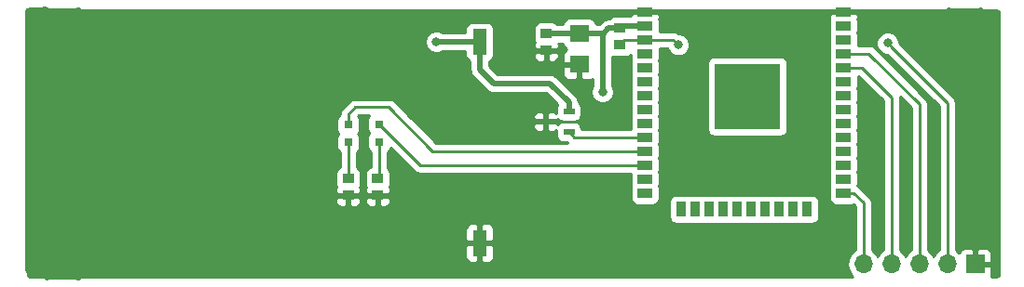
<source format=gtl>
G04 #@! TF.GenerationSoftware,KiCad,Pcbnew,no-vcs-found*
G04 #@! TF.CreationDate,2017-01-06T11:38:08+01:00*
G04 #@! TF.ProjectId,ESP32-HELP-Button-18650,45535033322D48454C502D427574746F,rev?*
G04 #@! TF.FileFunction,Copper,L1,Top,Signal*
G04 #@! TF.FilePolarity,Positive*
%FSLAX46Y46*%
G04 Gerber Fmt 4.6, Leading zero omitted, Abs format (unit mm)*
G04 Created by KiCad (PCBNEW no-vcs-found) date Fri Jan  6 11:38:08 2017*
%MOMM*%
%LPD*%
G01*
G04 APERTURE LIST*
%ADD10C,0.100000*%
%ADD11C,0.600000*%
%ADD12R,1.300000X2.340000*%
%ADD13R,0.800000X0.800000*%
%ADD14O,1.700000X1.700000*%
%ADD15R,1.700000X1.700000*%
%ADD16R,1.000760X0.599440*%
%ADD17R,1.000760X0.899160*%
%ADD18C,0.800000*%
%ADD19R,6.000000X6.000000*%
%ADD20R,1.350000X0.900000*%
%ADD21R,0.900000X1.350000*%
%ADD22R,1.803400X1.600200*%
%ADD23C,0.500000*%
%ADD24C,0.250000*%
%ADD25C,0.254000*%
G04 APERTURE END LIST*
D10*
D11*
X110469000Y-62367000D03*
X110469000Y-60970000D03*
X107548000Y-60970000D03*
X105135000Y-60970000D03*
X104119000Y-52588000D03*
X85902312Y-43002568D03*
X99237312Y-43002568D03*
X98221312Y-43002568D03*
X97205312Y-43002568D03*
X96189312Y-43002568D03*
X95173312Y-43002568D03*
X94157312Y-43002568D03*
X93141312Y-43002568D03*
X92125312Y-43002568D03*
X91109312Y-43002568D03*
X90093312Y-43002568D03*
X88950312Y-43002568D03*
X87934312Y-43002568D03*
X86918312Y-43002568D03*
D12*
X68940000Y-64070000D03*
X68940000Y-45730000D03*
D13*
X57011000Y-54896000D03*
X57011000Y-53296000D03*
X59805000Y-53245000D03*
X59805000Y-54845000D03*
D14*
X103840000Y-66000000D03*
X106380000Y-66000000D03*
X108920000Y-66000000D03*
X111460000Y-66000000D03*
D15*
X114000000Y-66000000D03*
D16*
X77056640Y-53952500D03*
X74943360Y-53000000D03*
X77056640Y-52047500D03*
D17*
X81695000Y-46000000D03*
X81695000Y-44496320D03*
X57011000Y-59722000D03*
X57011000Y-58218320D03*
X59678000Y-58218320D03*
X59678000Y-59722000D03*
D18*
X91270000Y-48700000D03*
D19*
X93270000Y-50700000D03*
D20*
X83970000Y-42990000D03*
X83970000Y-44260000D03*
X83970000Y-45530000D03*
X83970000Y-46800000D03*
X83970000Y-48070000D03*
X83970000Y-49340000D03*
X83970000Y-50610000D03*
X83970000Y-51880000D03*
X83970000Y-53150000D03*
X83970000Y-54420000D03*
X83970000Y-55690000D03*
X83970000Y-56960000D03*
X83970000Y-58230000D03*
X83970000Y-59500000D03*
D21*
X87270000Y-61000000D03*
X88540000Y-61000000D03*
X89810000Y-61000000D03*
X91080000Y-61000000D03*
X92350000Y-61000000D03*
X93620000Y-61000000D03*
X94890000Y-61000000D03*
X96160000Y-61000000D03*
X97430000Y-61000000D03*
X98700000Y-61000000D03*
D20*
X102000000Y-59500000D03*
X102000000Y-58230000D03*
X102000000Y-56960000D03*
X102000000Y-55690000D03*
X102000000Y-54420000D03*
X102000000Y-53150000D03*
X102000000Y-51880000D03*
X102000000Y-50610000D03*
X102000000Y-49340000D03*
X102000000Y-48070000D03*
X102000000Y-46800000D03*
X102000000Y-45530000D03*
X102000000Y-44260000D03*
X102000000Y-42990000D03*
D18*
X91270000Y-49700000D03*
X91270000Y-50700000D03*
X91270000Y-51700000D03*
X91270000Y-52700000D03*
X92270000Y-52700000D03*
X92270000Y-51700000D03*
X92270000Y-50700000D03*
X92270000Y-49700000D03*
X92270000Y-48700000D03*
X94270000Y-48700000D03*
X94270000Y-49700000D03*
X94270000Y-50700000D03*
X94270000Y-51700000D03*
X94270000Y-52700000D03*
X93270000Y-52700000D03*
X93270000Y-51700000D03*
X93270000Y-50700000D03*
X93270000Y-49700000D03*
X93270000Y-48700000D03*
X95270000Y-52700000D03*
X95270000Y-51700000D03*
X95270000Y-50700000D03*
X95270000Y-49700000D03*
X95270000Y-48700000D03*
D17*
X75000000Y-46503680D03*
X75000000Y-45000000D03*
D22*
X78000000Y-47794000D03*
X78000000Y-45000000D03*
D18*
X65003000Y-45730000D03*
X80116000Y-50302000D03*
X106024000Y-45857000D03*
X87000000Y-46000000D03*
D23*
X65003000Y-45730000D02*
X68940000Y-45730000D01*
X70210000Y-49540000D02*
X68940000Y-48270000D01*
X68940000Y-48270000D02*
X68940000Y-45730000D01*
X75348860Y-49540000D02*
X70210000Y-49540000D01*
X77056640Y-52047500D02*
X77056640Y-51247780D01*
X77056640Y-51247780D02*
X75348860Y-49540000D01*
X75000000Y-45000000D02*
X78000000Y-45000000D01*
X81695000Y-44496320D02*
X81931320Y-44260000D01*
X81931320Y-44260000D02*
X83970000Y-44260000D01*
X80116000Y-45074940D02*
X80041060Y-45000000D01*
X80041060Y-45000000D02*
X78000000Y-45000000D01*
X80116000Y-50302000D02*
X80116000Y-45074940D01*
X80116000Y-45074940D02*
X80694620Y-44496320D01*
X80694620Y-44496320D02*
X81695000Y-44496320D01*
D24*
X57011000Y-54896000D02*
X57011000Y-55546000D01*
X57011000Y-55546000D02*
X57011000Y-58218320D01*
X83970000Y-55690000D02*
X64676000Y-55690000D01*
X64676000Y-55690000D02*
X60685000Y-51699000D01*
X57011000Y-52325000D02*
X57011000Y-53296000D01*
X60685000Y-51699000D02*
X57637000Y-51699000D01*
X57637000Y-51699000D02*
X57011000Y-52325000D01*
X83970000Y-56960000D02*
X63520000Y-56960000D01*
X63520000Y-56960000D02*
X59805000Y-53245000D01*
X59805000Y-54845000D02*
X59805000Y-58091320D01*
X59805000Y-58091320D02*
X59678000Y-58218320D01*
X102000000Y-59500000D02*
X102925000Y-59500000D01*
X102925000Y-59500000D02*
X103840000Y-60415000D01*
X103840000Y-60415000D02*
X103840000Y-64797919D01*
X103840000Y-64797919D02*
X103840000Y-66000000D01*
X102000000Y-48070000D02*
X103665000Y-48070000D01*
X103665000Y-48070000D02*
X106380000Y-50785000D01*
X106380000Y-50785000D02*
X106380000Y-64797919D01*
X106380000Y-64797919D02*
X106380000Y-66000000D01*
X102000000Y-46800000D02*
X104300000Y-46800000D01*
X104300000Y-46800000D02*
X108920000Y-51420000D01*
X108920000Y-51420000D02*
X108920000Y-64797919D01*
X108920000Y-64797919D02*
X108920000Y-66000000D01*
X81695000Y-46000000D02*
X81695000Y-45929000D01*
X81695000Y-45929000D02*
X82094000Y-45530000D01*
X82094000Y-45530000D02*
X83045000Y-45530000D01*
X83045000Y-45530000D02*
X83970000Y-45530000D01*
X87000000Y-46000000D02*
X86530000Y-45530000D01*
X86530000Y-45530000D02*
X83970000Y-45530000D01*
X106423999Y-46256999D02*
X106024000Y-45857000D01*
X111460000Y-51293000D02*
X106423999Y-46256999D01*
X111460000Y-66000000D02*
X111460000Y-51293000D01*
X83970000Y-54420000D02*
X77524140Y-54420000D01*
X77524140Y-54420000D02*
X77056640Y-53952500D01*
D25*
G36*
X29554753Y-42665103D02*
X29843169Y-42784863D01*
X30155461Y-42785136D01*
X30249876Y-42746125D01*
X30343169Y-42784863D01*
X30655461Y-42785136D01*
X30749876Y-42746125D01*
X30843169Y-42784863D01*
X31155461Y-42785136D01*
X31249876Y-42746125D01*
X31343169Y-42784863D01*
X31655461Y-42785136D01*
X31749876Y-42746125D01*
X31843169Y-42784863D01*
X32155461Y-42785136D01*
X32437982Y-42668401D01*
X32661325Y-42817633D01*
X33000000Y-42885000D01*
X111000000Y-42885000D01*
X111338675Y-42817633D01*
X111562278Y-42668227D01*
X111843169Y-42784863D01*
X112155461Y-42785136D01*
X112249876Y-42746125D01*
X112343169Y-42784863D01*
X112655461Y-42785136D01*
X112749876Y-42746125D01*
X112843169Y-42784863D01*
X113155461Y-42785136D01*
X113249876Y-42746125D01*
X113343169Y-42784863D01*
X113655461Y-42785136D01*
X113749876Y-42746125D01*
X113843169Y-42784863D01*
X114155461Y-42785136D01*
X114437982Y-42668401D01*
X114661325Y-42817633D01*
X115000000Y-42885000D01*
X115912836Y-42885000D01*
X116037373Y-42909772D01*
X116069058Y-42930943D01*
X116090228Y-42962627D01*
X116115000Y-43087164D01*
X116115000Y-66912836D01*
X116090228Y-67037373D01*
X116069058Y-67069057D01*
X116037373Y-67090228D01*
X115912836Y-67115000D01*
X115427552Y-67115000D01*
X115485000Y-66976309D01*
X115485000Y-66285750D01*
X115326250Y-66127000D01*
X114127000Y-66127000D01*
X114127000Y-66147000D01*
X113873000Y-66147000D01*
X113873000Y-66127000D01*
X113853000Y-66127000D01*
X113853000Y-65873000D01*
X113873000Y-65873000D01*
X113873000Y-64673750D01*
X114127000Y-64673750D01*
X114127000Y-65873000D01*
X115326250Y-65873000D01*
X115485000Y-65714250D01*
X115485000Y-65023691D01*
X115388327Y-64790302D01*
X115209699Y-64611673D01*
X114976310Y-64515000D01*
X114285750Y-64515000D01*
X114127000Y-64673750D01*
X113873000Y-64673750D01*
X113714250Y-64515000D01*
X113023690Y-64515000D01*
X112790301Y-64611673D01*
X112611673Y-64790302D01*
X112539403Y-64964777D01*
X112510054Y-64920853D01*
X112220000Y-64727046D01*
X112220000Y-51293000D01*
X112162148Y-51002161D01*
X111997401Y-50755599D01*
X107059035Y-45817233D01*
X107059179Y-45652029D01*
X106901942Y-45271485D01*
X106611046Y-44980081D01*
X106230777Y-44822180D01*
X105819029Y-44821821D01*
X105438485Y-44979058D01*
X105147081Y-45269954D01*
X104989180Y-45650223D01*
X104988821Y-46061971D01*
X105146058Y-46442515D01*
X105436954Y-46733919D01*
X105817223Y-46891820D01*
X105984164Y-46891966D01*
X110700000Y-51607802D01*
X110700000Y-64727046D01*
X110409946Y-64920853D01*
X110190000Y-65250026D01*
X109970054Y-64920853D01*
X109680000Y-64727046D01*
X109680000Y-51420000D01*
X109622148Y-51129161D01*
X109457401Y-50882599D01*
X104837401Y-46262599D01*
X104590839Y-46097852D01*
X104300000Y-46040000D01*
X103310505Y-46040000D01*
X103322440Y-45980000D01*
X103322440Y-45080000D01*
X103285642Y-44895000D01*
X103322440Y-44710000D01*
X103322440Y-43810000D01*
X103285657Y-43625079D01*
X103310000Y-43566310D01*
X103310000Y-43275750D01*
X103151250Y-43117000D01*
X102127000Y-43117000D01*
X102127000Y-43137000D01*
X101873000Y-43137000D01*
X101873000Y-43117000D01*
X100848750Y-43117000D01*
X100690000Y-43275750D01*
X100690000Y-43566310D01*
X100714343Y-43625079D01*
X100677560Y-43810000D01*
X100677560Y-44710000D01*
X100714358Y-44895000D01*
X100677560Y-45080000D01*
X100677560Y-45980000D01*
X100714358Y-46165000D01*
X100677560Y-46350000D01*
X100677560Y-47250000D01*
X100714358Y-47435000D01*
X100677560Y-47620000D01*
X100677560Y-48520000D01*
X100714358Y-48705000D01*
X100677560Y-48890000D01*
X100677560Y-49790000D01*
X100714358Y-49975000D01*
X100677560Y-50160000D01*
X100677560Y-51060000D01*
X100714358Y-51245000D01*
X100677560Y-51430000D01*
X100677560Y-52330000D01*
X100714358Y-52515000D01*
X100677560Y-52700000D01*
X100677560Y-53600000D01*
X100714358Y-53785000D01*
X100677560Y-53970000D01*
X100677560Y-54870000D01*
X100714358Y-55055000D01*
X100677560Y-55240000D01*
X100677560Y-56140000D01*
X100714358Y-56325000D01*
X100677560Y-56510000D01*
X100677560Y-57410000D01*
X100714358Y-57595000D01*
X100677560Y-57780000D01*
X100677560Y-58680000D01*
X100714358Y-58865000D01*
X100677560Y-59050000D01*
X100677560Y-59950000D01*
X100726843Y-60197765D01*
X100867191Y-60407809D01*
X101077235Y-60548157D01*
X101325000Y-60597440D01*
X102675000Y-60597440D01*
X102902405Y-60552207D01*
X103080000Y-60729802D01*
X103080000Y-64727046D01*
X102789946Y-64920853D01*
X102468039Y-65402622D01*
X102355000Y-65970907D01*
X102355000Y-66029093D01*
X102468039Y-66597378D01*
X102789946Y-67079147D01*
X102843604Y-67115000D01*
X33000000Y-67115000D01*
X32661325Y-67182367D01*
X32437722Y-67331773D01*
X32156831Y-67215137D01*
X31844539Y-67214864D01*
X31750124Y-67253875D01*
X31656831Y-67215137D01*
X31344539Y-67214864D01*
X31250124Y-67253875D01*
X31156831Y-67215137D01*
X30844539Y-67214864D01*
X30750124Y-67253875D01*
X30656831Y-67215137D01*
X30344539Y-67214864D01*
X30250124Y-67253875D01*
X30156831Y-67215137D01*
X29844539Y-67214864D01*
X29562018Y-67331599D01*
X29338675Y-67182367D01*
X29000000Y-67115000D01*
X28087164Y-67115000D01*
X27962627Y-67090228D01*
X27930943Y-67069058D01*
X27909772Y-67037373D01*
X27867995Y-66827346D01*
X27735851Y-66508321D01*
X27710000Y-66482470D01*
X27710000Y-64355750D01*
X67655000Y-64355750D01*
X67655000Y-65366309D01*
X67751673Y-65599698D01*
X67930301Y-65778327D01*
X68163690Y-65875000D01*
X68654250Y-65875000D01*
X68813000Y-65716250D01*
X68813000Y-64197000D01*
X69067000Y-64197000D01*
X69067000Y-65716250D01*
X69225750Y-65875000D01*
X69716310Y-65875000D01*
X69949699Y-65778327D01*
X70128327Y-65599698D01*
X70225000Y-65366309D01*
X70225000Y-64355750D01*
X70066250Y-64197000D01*
X69067000Y-64197000D01*
X68813000Y-64197000D01*
X67813750Y-64197000D01*
X67655000Y-64355750D01*
X27710000Y-64355750D01*
X27710000Y-62773691D01*
X67655000Y-62773691D01*
X67655000Y-63784250D01*
X67813750Y-63943000D01*
X68813000Y-63943000D01*
X68813000Y-62423750D01*
X69067000Y-62423750D01*
X69067000Y-63943000D01*
X70066250Y-63943000D01*
X70225000Y-63784250D01*
X70225000Y-62773691D01*
X70128327Y-62540302D01*
X69949699Y-62361673D01*
X69716310Y-62265000D01*
X69225750Y-62265000D01*
X69067000Y-62423750D01*
X68813000Y-62423750D01*
X68654250Y-62265000D01*
X68163690Y-62265000D01*
X67930301Y-62361673D01*
X67751673Y-62540302D01*
X67655000Y-62773691D01*
X27710000Y-62773691D01*
X27710000Y-60007750D01*
X55875620Y-60007750D01*
X55875620Y-60297889D01*
X55972293Y-60531278D01*
X56150921Y-60709907D01*
X56384310Y-60806580D01*
X56725250Y-60806580D01*
X56884000Y-60647830D01*
X56884000Y-59849000D01*
X57138000Y-59849000D01*
X57138000Y-60647830D01*
X57296750Y-60806580D01*
X57637690Y-60806580D01*
X57871079Y-60709907D01*
X58049707Y-60531278D01*
X58146380Y-60297889D01*
X58146380Y-60007750D01*
X58542620Y-60007750D01*
X58542620Y-60297889D01*
X58639293Y-60531278D01*
X58817921Y-60709907D01*
X59051310Y-60806580D01*
X59392250Y-60806580D01*
X59551000Y-60647830D01*
X59551000Y-59849000D01*
X59805000Y-59849000D01*
X59805000Y-60647830D01*
X59963750Y-60806580D01*
X60304690Y-60806580D01*
X60538079Y-60709907D01*
X60716707Y-60531278D01*
X60813380Y-60297889D01*
X60813380Y-60007750D01*
X60654630Y-59849000D01*
X59805000Y-59849000D01*
X59551000Y-59849000D01*
X58701370Y-59849000D01*
X58542620Y-60007750D01*
X58146380Y-60007750D01*
X57987630Y-59849000D01*
X57138000Y-59849000D01*
X56884000Y-59849000D01*
X56034370Y-59849000D01*
X55875620Y-60007750D01*
X27710000Y-60007750D01*
X27710000Y-57768740D01*
X55863180Y-57768740D01*
X55863180Y-58667900D01*
X55912463Y-58915665D01*
X55948645Y-58969814D01*
X55875620Y-59146111D01*
X55875620Y-59436250D01*
X56034370Y-59595000D01*
X56884000Y-59595000D01*
X56884000Y-59575000D01*
X57138000Y-59575000D01*
X57138000Y-59595000D01*
X57987630Y-59595000D01*
X58146380Y-59436250D01*
X58146380Y-59146111D01*
X58073355Y-58969814D01*
X58109537Y-58915665D01*
X58158820Y-58667900D01*
X58158820Y-57768740D01*
X58109537Y-57520975D01*
X57969189Y-57310931D01*
X57771000Y-57178504D01*
X57771000Y-55819163D01*
X57868809Y-55753809D01*
X58009157Y-55543765D01*
X58058440Y-55296000D01*
X58058440Y-54496000D01*
X58009157Y-54248235D01*
X57907436Y-54096000D01*
X58009157Y-53943765D01*
X58058440Y-53696000D01*
X58058440Y-52896000D01*
X58009157Y-52648235D01*
X57910386Y-52500416D01*
X57951802Y-52459000D01*
X58899209Y-52459000D01*
X58806843Y-52597235D01*
X58757560Y-52845000D01*
X58757560Y-53645000D01*
X58806843Y-53892765D01*
X58908564Y-54045000D01*
X58806843Y-54197235D01*
X58757560Y-54445000D01*
X58757560Y-55245000D01*
X58806843Y-55492765D01*
X58947191Y-55702809D01*
X59045000Y-55768163D01*
X59045000Y-57147679D01*
X58929855Y-57170583D01*
X58719811Y-57310931D01*
X58579463Y-57520975D01*
X58530180Y-57768740D01*
X58530180Y-58667900D01*
X58579463Y-58915665D01*
X58615645Y-58969814D01*
X58542620Y-59146111D01*
X58542620Y-59436250D01*
X58701370Y-59595000D01*
X59551000Y-59595000D01*
X59551000Y-59575000D01*
X59805000Y-59575000D01*
X59805000Y-59595000D01*
X60654630Y-59595000D01*
X60813380Y-59436250D01*
X60813380Y-59146111D01*
X60740355Y-58969814D01*
X60776537Y-58915665D01*
X60825820Y-58667900D01*
X60825820Y-57768740D01*
X60776537Y-57520975D01*
X60636189Y-57310931D01*
X60565000Y-57263364D01*
X60565000Y-55768163D01*
X60662809Y-55702809D01*
X60803157Y-55492765D01*
X60832159Y-55346961D01*
X62982599Y-57497401D01*
X63229160Y-57662148D01*
X63520000Y-57720000D01*
X82659495Y-57720000D01*
X82647560Y-57780000D01*
X82647560Y-58680000D01*
X82684358Y-58865000D01*
X82647560Y-59050000D01*
X82647560Y-59950000D01*
X82696843Y-60197765D01*
X82837191Y-60407809D01*
X83047235Y-60548157D01*
X83295000Y-60597440D01*
X84645000Y-60597440D01*
X84892765Y-60548157D01*
X85102809Y-60407809D01*
X85158140Y-60325000D01*
X86172560Y-60325000D01*
X86172560Y-61675000D01*
X86221843Y-61922765D01*
X86362191Y-62132809D01*
X86572235Y-62273157D01*
X86820000Y-62322440D01*
X87720000Y-62322440D01*
X87905000Y-62285642D01*
X88090000Y-62322440D01*
X88990000Y-62322440D01*
X89175000Y-62285642D01*
X89360000Y-62322440D01*
X90260000Y-62322440D01*
X90445000Y-62285642D01*
X90630000Y-62322440D01*
X91530000Y-62322440D01*
X91715000Y-62285642D01*
X91900000Y-62322440D01*
X92800000Y-62322440D01*
X92985000Y-62285642D01*
X93170000Y-62322440D01*
X94070000Y-62322440D01*
X94255000Y-62285642D01*
X94440000Y-62322440D01*
X95340000Y-62322440D01*
X95525000Y-62285642D01*
X95710000Y-62322440D01*
X96610000Y-62322440D01*
X96795000Y-62285642D01*
X96980000Y-62322440D01*
X97880000Y-62322440D01*
X98065000Y-62285642D01*
X98250000Y-62322440D01*
X99150000Y-62322440D01*
X99397765Y-62273157D01*
X99607809Y-62132809D01*
X99748157Y-61922765D01*
X99797440Y-61675000D01*
X99797440Y-60325000D01*
X99748157Y-60077235D01*
X99607809Y-59867191D01*
X99397765Y-59726843D01*
X99150000Y-59677560D01*
X98250000Y-59677560D01*
X98065000Y-59714358D01*
X97880000Y-59677560D01*
X96980000Y-59677560D01*
X96795000Y-59714358D01*
X96610000Y-59677560D01*
X95710000Y-59677560D01*
X95525000Y-59714358D01*
X95340000Y-59677560D01*
X94440000Y-59677560D01*
X94255000Y-59714358D01*
X94070000Y-59677560D01*
X93170000Y-59677560D01*
X92985000Y-59714358D01*
X92800000Y-59677560D01*
X91900000Y-59677560D01*
X91715000Y-59714358D01*
X91530000Y-59677560D01*
X90630000Y-59677560D01*
X90445000Y-59714358D01*
X90260000Y-59677560D01*
X89360000Y-59677560D01*
X89175000Y-59714358D01*
X88990000Y-59677560D01*
X88090000Y-59677560D01*
X87905000Y-59714358D01*
X87720000Y-59677560D01*
X86820000Y-59677560D01*
X86572235Y-59726843D01*
X86362191Y-59867191D01*
X86221843Y-60077235D01*
X86172560Y-60325000D01*
X85158140Y-60325000D01*
X85243157Y-60197765D01*
X85292440Y-59950000D01*
X85292440Y-59050000D01*
X85255642Y-58865000D01*
X85292440Y-58680000D01*
X85292440Y-57780000D01*
X85255642Y-57595000D01*
X85292440Y-57410000D01*
X85292440Y-56510000D01*
X85255642Y-56325000D01*
X85292440Y-56140000D01*
X85292440Y-55240000D01*
X85255642Y-55055000D01*
X85292440Y-54870000D01*
X85292440Y-53970000D01*
X85255642Y-53785000D01*
X85292440Y-53600000D01*
X85292440Y-52700000D01*
X85255642Y-52515000D01*
X85292440Y-52330000D01*
X85292440Y-51430000D01*
X85255642Y-51245000D01*
X85292440Y-51060000D01*
X85292440Y-50160000D01*
X85255642Y-49975000D01*
X85292440Y-49790000D01*
X85292440Y-48890000D01*
X85255642Y-48705000D01*
X85292440Y-48520000D01*
X85292440Y-47700000D01*
X89622560Y-47700000D01*
X89622560Y-53700000D01*
X89671843Y-53947765D01*
X89812191Y-54157809D01*
X90022235Y-54298157D01*
X90270000Y-54347440D01*
X96270000Y-54347440D01*
X96517765Y-54298157D01*
X96727809Y-54157809D01*
X96868157Y-53947765D01*
X96917440Y-53700000D01*
X96917440Y-47700000D01*
X96868157Y-47452235D01*
X96727809Y-47242191D01*
X96517765Y-47101843D01*
X96270000Y-47052560D01*
X90270000Y-47052560D01*
X90022235Y-47101843D01*
X89812191Y-47242191D01*
X89671843Y-47452235D01*
X89622560Y-47700000D01*
X85292440Y-47700000D01*
X85292440Y-47620000D01*
X85255642Y-47435000D01*
X85292440Y-47250000D01*
X85292440Y-46350000D01*
X85280505Y-46290000D01*
X85999954Y-46290000D01*
X86122058Y-46585515D01*
X86412954Y-46876919D01*
X86793223Y-47034820D01*
X87204971Y-47035179D01*
X87585515Y-46877942D01*
X87876919Y-46587046D01*
X88034820Y-46206777D01*
X88035179Y-45795029D01*
X87877942Y-45414485D01*
X87587046Y-45123081D01*
X87206777Y-44965180D01*
X87026130Y-44965022D01*
X86820839Y-44827852D01*
X86530000Y-44770000D01*
X85280505Y-44770000D01*
X85292440Y-44710000D01*
X85292440Y-43810000D01*
X85255657Y-43625079D01*
X85280000Y-43566310D01*
X85280000Y-43275750D01*
X85121250Y-43117000D01*
X84097000Y-43117000D01*
X84097000Y-43137000D01*
X83843000Y-43137000D01*
X83843000Y-43117000D01*
X82818750Y-43117000D01*
X82660000Y-43275750D01*
X82660000Y-43375000D01*
X81931325Y-43375000D01*
X81931320Y-43374999D01*
X81809153Y-43399300D01*
X81194620Y-43399300D01*
X80946855Y-43448583D01*
X80736811Y-43588931D01*
X80721851Y-43611320D01*
X80694625Y-43611320D01*
X80694620Y-43611319D01*
X80355945Y-43678687D01*
X80068830Y-43870530D01*
X80068828Y-43870533D01*
X79824361Y-44115000D01*
X79532253Y-44115000D01*
X79499857Y-43952135D01*
X79359509Y-43742091D01*
X79149465Y-43601743D01*
X78901700Y-43552460D01*
X77098300Y-43552460D01*
X76850535Y-43601743D01*
X76640491Y-43742091D01*
X76500143Y-43952135D01*
X76467747Y-44115000D01*
X75973149Y-44115000D01*
X75958189Y-44092611D01*
X75748145Y-43952263D01*
X75500380Y-43902980D01*
X74499620Y-43902980D01*
X74251855Y-43952263D01*
X74041811Y-44092611D01*
X73901463Y-44302655D01*
X73852180Y-44550420D01*
X73852180Y-45449580D01*
X73901463Y-45697345D01*
X73937645Y-45751494D01*
X73864620Y-45927791D01*
X73864620Y-46217930D01*
X74023370Y-46376680D01*
X74873000Y-46376680D01*
X74873000Y-46356680D01*
X75127000Y-46356680D01*
X75127000Y-46376680D01*
X75976630Y-46376680D01*
X76135380Y-46217930D01*
X76135380Y-45927791D01*
X76117655Y-45885000D01*
X76467747Y-45885000D01*
X76500143Y-46047865D01*
X76640491Y-46257909D01*
X76850535Y-46398257D01*
X76868397Y-46401810D01*
X76738601Y-46455573D01*
X76559973Y-46634202D01*
X76463300Y-46867591D01*
X76463300Y-47508250D01*
X76622050Y-47667000D01*
X77873000Y-47667000D01*
X77873000Y-47647000D01*
X78127000Y-47647000D01*
X78127000Y-47667000D01*
X78147000Y-47667000D01*
X78147000Y-47921000D01*
X78127000Y-47921000D01*
X78127000Y-49070350D01*
X78285750Y-49229100D01*
X79028010Y-49229100D01*
X79231000Y-49145019D01*
X79231000Y-49734415D01*
X79081180Y-50095223D01*
X79080821Y-50506971D01*
X79238058Y-50887515D01*
X79528954Y-51178919D01*
X79909223Y-51336820D01*
X80320971Y-51337179D01*
X80701515Y-51179942D01*
X80992919Y-50889046D01*
X81150820Y-50508777D01*
X81151179Y-50097029D01*
X81001000Y-49733567D01*
X81001000Y-47058507D01*
X81194620Y-47097020D01*
X82195380Y-47097020D01*
X82443145Y-47047737D01*
X82647560Y-46911150D01*
X82647560Y-47250000D01*
X82684358Y-47435000D01*
X82647560Y-47620000D01*
X82647560Y-48520000D01*
X82684358Y-48705000D01*
X82647560Y-48890000D01*
X82647560Y-49790000D01*
X82684358Y-49975000D01*
X82647560Y-50160000D01*
X82647560Y-51060000D01*
X82684358Y-51245000D01*
X82647560Y-51430000D01*
X82647560Y-52330000D01*
X82684358Y-52515000D01*
X82647560Y-52700000D01*
X82647560Y-53600000D01*
X82659495Y-53660000D01*
X78204460Y-53660000D01*
X78204460Y-53652780D01*
X78155177Y-53405015D01*
X78014829Y-53194971D01*
X77804785Y-53054623D01*
X77557020Y-53005340D01*
X76556260Y-53005340D01*
X76308495Y-53054623D01*
X76098451Y-53194971D01*
X76054195Y-53261205D01*
X75919990Y-53127000D01*
X75070360Y-53127000D01*
X75070360Y-53775970D01*
X75229110Y-53934720D01*
X75570050Y-53934720D01*
X75803439Y-53838047D01*
X75908820Y-53732665D01*
X75908820Y-54252220D01*
X75958103Y-54499985D01*
X76098451Y-54710029D01*
X76308495Y-54850377D01*
X76556260Y-54899660D01*
X76928998Y-54899660D01*
X76959338Y-54930000D01*
X64990802Y-54930000D01*
X63346552Y-53285750D01*
X73807980Y-53285750D01*
X73807980Y-53426029D01*
X73904653Y-53659418D01*
X74083281Y-53838047D01*
X74316670Y-53934720D01*
X74657610Y-53934720D01*
X74816360Y-53775970D01*
X74816360Y-53127000D01*
X73966730Y-53127000D01*
X73807980Y-53285750D01*
X63346552Y-53285750D01*
X62634773Y-52573971D01*
X73807980Y-52573971D01*
X73807980Y-52714250D01*
X73966730Y-52873000D01*
X74816360Y-52873000D01*
X74816360Y-52224030D01*
X74657610Y-52065280D01*
X74316670Y-52065280D01*
X74083281Y-52161953D01*
X73904653Y-52340582D01*
X73807980Y-52573971D01*
X62634773Y-52573971D01*
X61222401Y-51161599D01*
X60975839Y-50996852D01*
X60685000Y-50939000D01*
X57637000Y-50939000D01*
X57346161Y-50996852D01*
X57099599Y-51161599D01*
X56473599Y-51787599D01*
X56308852Y-52034161D01*
X56251000Y-52325000D01*
X56251000Y-52372837D01*
X56153191Y-52438191D01*
X56012843Y-52648235D01*
X55963560Y-52896000D01*
X55963560Y-53696000D01*
X56012843Y-53943765D01*
X56114564Y-54096000D01*
X56012843Y-54248235D01*
X55963560Y-54496000D01*
X55963560Y-55296000D01*
X56012843Y-55543765D01*
X56153191Y-55753809D01*
X56251000Y-55819163D01*
X56251000Y-57178504D01*
X56052811Y-57310931D01*
X55912463Y-57520975D01*
X55863180Y-57768740D01*
X27710000Y-57768740D01*
X27710000Y-45934971D01*
X63967821Y-45934971D01*
X64125058Y-46315515D01*
X64415954Y-46606919D01*
X64796223Y-46764820D01*
X65207971Y-46765179D01*
X65571433Y-46615000D01*
X67642560Y-46615000D01*
X67642560Y-46900000D01*
X67691843Y-47147765D01*
X67832191Y-47357809D01*
X68042235Y-47498157D01*
X68055000Y-47500696D01*
X68055000Y-48269995D01*
X68054999Y-48270000D01*
X68087262Y-48432191D01*
X68122367Y-48608675D01*
X68228667Y-48767765D01*
X68314210Y-48895790D01*
X69584208Y-50165787D01*
X69584210Y-50165790D01*
X69788064Y-50302000D01*
X69871325Y-50357633D01*
X70210000Y-50425001D01*
X70210005Y-50425000D01*
X74982280Y-50425000D01*
X75997834Y-51440553D01*
X75958103Y-51500015D01*
X75908820Y-51747780D01*
X75908820Y-52267335D01*
X75803439Y-52161953D01*
X75570050Y-52065280D01*
X75229110Y-52065280D01*
X75070360Y-52224030D01*
X75070360Y-52873000D01*
X75919990Y-52873000D01*
X76054195Y-52738795D01*
X76098451Y-52805029D01*
X76308495Y-52945377D01*
X76556260Y-52994660D01*
X77557020Y-52994660D01*
X77804785Y-52945377D01*
X78014829Y-52805029D01*
X78155177Y-52594985D01*
X78204460Y-52347220D01*
X78204460Y-51747780D01*
X78155177Y-51500015D01*
X78014829Y-51289971D01*
X77940101Y-51240039D01*
X77885450Y-50965296D01*
X77874273Y-50909105D01*
X77682430Y-50621990D01*
X77682427Y-50621988D01*
X75974650Y-48914210D01*
X75836734Y-48822058D01*
X75687535Y-48722367D01*
X75631344Y-48711190D01*
X75348860Y-48654999D01*
X75348855Y-48655000D01*
X70576579Y-48655000D01*
X70001330Y-48079750D01*
X76463300Y-48079750D01*
X76463300Y-48720409D01*
X76559973Y-48953798D01*
X76738601Y-49132427D01*
X76971990Y-49229100D01*
X77714250Y-49229100D01*
X77873000Y-49070350D01*
X77873000Y-47921000D01*
X76622050Y-47921000D01*
X76463300Y-48079750D01*
X70001330Y-48079750D01*
X69825000Y-47903420D01*
X69825000Y-47500696D01*
X69837765Y-47498157D01*
X70047809Y-47357809D01*
X70188157Y-47147765D01*
X70237440Y-46900000D01*
X70237440Y-46789430D01*
X73864620Y-46789430D01*
X73864620Y-47079569D01*
X73961293Y-47312958D01*
X74139921Y-47491587D01*
X74373310Y-47588260D01*
X74714250Y-47588260D01*
X74873000Y-47429510D01*
X74873000Y-46630680D01*
X75127000Y-46630680D01*
X75127000Y-47429510D01*
X75285750Y-47588260D01*
X75626690Y-47588260D01*
X75860079Y-47491587D01*
X76038707Y-47312958D01*
X76135380Y-47079569D01*
X76135380Y-46789430D01*
X75976630Y-46630680D01*
X75127000Y-46630680D01*
X74873000Y-46630680D01*
X74023370Y-46630680D01*
X73864620Y-46789430D01*
X70237440Y-46789430D01*
X70237440Y-44560000D01*
X70188157Y-44312235D01*
X70047809Y-44102191D01*
X69837765Y-43961843D01*
X69590000Y-43912560D01*
X68290000Y-43912560D01*
X68042235Y-43961843D01*
X67832191Y-44102191D01*
X67691843Y-44312235D01*
X67642560Y-44560000D01*
X67642560Y-44845000D01*
X65570585Y-44845000D01*
X65209777Y-44695180D01*
X64798029Y-44694821D01*
X64417485Y-44852058D01*
X64126081Y-45142954D01*
X63968180Y-45523223D01*
X63967821Y-45934971D01*
X27710000Y-45934971D01*
X27710000Y-43069930D01*
X27744926Y-42894345D01*
X27804774Y-42804775D01*
X27894345Y-42744926D01*
X28069930Y-42710000D01*
X29000000Y-42710000D01*
X29271705Y-42655954D01*
X29295582Y-42640000D01*
X29529694Y-42640000D01*
X29554753Y-42665103D01*
X29554753Y-42665103D01*
G37*
X29554753Y-42665103D02*
X29843169Y-42784863D01*
X30155461Y-42785136D01*
X30249876Y-42746125D01*
X30343169Y-42784863D01*
X30655461Y-42785136D01*
X30749876Y-42746125D01*
X30843169Y-42784863D01*
X31155461Y-42785136D01*
X31249876Y-42746125D01*
X31343169Y-42784863D01*
X31655461Y-42785136D01*
X31749876Y-42746125D01*
X31843169Y-42784863D01*
X32155461Y-42785136D01*
X32437982Y-42668401D01*
X32661325Y-42817633D01*
X33000000Y-42885000D01*
X111000000Y-42885000D01*
X111338675Y-42817633D01*
X111562278Y-42668227D01*
X111843169Y-42784863D01*
X112155461Y-42785136D01*
X112249876Y-42746125D01*
X112343169Y-42784863D01*
X112655461Y-42785136D01*
X112749876Y-42746125D01*
X112843169Y-42784863D01*
X113155461Y-42785136D01*
X113249876Y-42746125D01*
X113343169Y-42784863D01*
X113655461Y-42785136D01*
X113749876Y-42746125D01*
X113843169Y-42784863D01*
X114155461Y-42785136D01*
X114437982Y-42668401D01*
X114661325Y-42817633D01*
X115000000Y-42885000D01*
X115912836Y-42885000D01*
X116037373Y-42909772D01*
X116069058Y-42930943D01*
X116090228Y-42962627D01*
X116115000Y-43087164D01*
X116115000Y-66912836D01*
X116090228Y-67037373D01*
X116069058Y-67069057D01*
X116037373Y-67090228D01*
X115912836Y-67115000D01*
X115427552Y-67115000D01*
X115485000Y-66976309D01*
X115485000Y-66285750D01*
X115326250Y-66127000D01*
X114127000Y-66127000D01*
X114127000Y-66147000D01*
X113873000Y-66147000D01*
X113873000Y-66127000D01*
X113853000Y-66127000D01*
X113853000Y-65873000D01*
X113873000Y-65873000D01*
X113873000Y-64673750D01*
X114127000Y-64673750D01*
X114127000Y-65873000D01*
X115326250Y-65873000D01*
X115485000Y-65714250D01*
X115485000Y-65023691D01*
X115388327Y-64790302D01*
X115209699Y-64611673D01*
X114976310Y-64515000D01*
X114285750Y-64515000D01*
X114127000Y-64673750D01*
X113873000Y-64673750D01*
X113714250Y-64515000D01*
X113023690Y-64515000D01*
X112790301Y-64611673D01*
X112611673Y-64790302D01*
X112539403Y-64964777D01*
X112510054Y-64920853D01*
X112220000Y-64727046D01*
X112220000Y-51293000D01*
X112162148Y-51002161D01*
X111997401Y-50755599D01*
X107059035Y-45817233D01*
X107059179Y-45652029D01*
X106901942Y-45271485D01*
X106611046Y-44980081D01*
X106230777Y-44822180D01*
X105819029Y-44821821D01*
X105438485Y-44979058D01*
X105147081Y-45269954D01*
X104989180Y-45650223D01*
X104988821Y-46061971D01*
X105146058Y-46442515D01*
X105436954Y-46733919D01*
X105817223Y-46891820D01*
X105984164Y-46891966D01*
X110700000Y-51607802D01*
X110700000Y-64727046D01*
X110409946Y-64920853D01*
X110190000Y-65250026D01*
X109970054Y-64920853D01*
X109680000Y-64727046D01*
X109680000Y-51420000D01*
X109622148Y-51129161D01*
X109457401Y-50882599D01*
X104837401Y-46262599D01*
X104590839Y-46097852D01*
X104300000Y-46040000D01*
X103310505Y-46040000D01*
X103322440Y-45980000D01*
X103322440Y-45080000D01*
X103285642Y-44895000D01*
X103322440Y-44710000D01*
X103322440Y-43810000D01*
X103285657Y-43625079D01*
X103310000Y-43566310D01*
X103310000Y-43275750D01*
X103151250Y-43117000D01*
X102127000Y-43117000D01*
X102127000Y-43137000D01*
X101873000Y-43137000D01*
X101873000Y-43117000D01*
X100848750Y-43117000D01*
X100690000Y-43275750D01*
X100690000Y-43566310D01*
X100714343Y-43625079D01*
X100677560Y-43810000D01*
X100677560Y-44710000D01*
X100714358Y-44895000D01*
X100677560Y-45080000D01*
X100677560Y-45980000D01*
X100714358Y-46165000D01*
X100677560Y-46350000D01*
X100677560Y-47250000D01*
X100714358Y-47435000D01*
X100677560Y-47620000D01*
X100677560Y-48520000D01*
X100714358Y-48705000D01*
X100677560Y-48890000D01*
X100677560Y-49790000D01*
X100714358Y-49975000D01*
X100677560Y-50160000D01*
X100677560Y-51060000D01*
X100714358Y-51245000D01*
X100677560Y-51430000D01*
X100677560Y-52330000D01*
X100714358Y-52515000D01*
X100677560Y-52700000D01*
X100677560Y-53600000D01*
X100714358Y-53785000D01*
X100677560Y-53970000D01*
X100677560Y-54870000D01*
X100714358Y-55055000D01*
X100677560Y-55240000D01*
X100677560Y-56140000D01*
X100714358Y-56325000D01*
X100677560Y-56510000D01*
X100677560Y-57410000D01*
X100714358Y-57595000D01*
X100677560Y-57780000D01*
X100677560Y-58680000D01*
X100714358Y-58865000D01*
X100677560Y-59050000D01*
X100677560Y-59950000D01*
X100726843Y-60197765D01*
X100867191Y-60407809D01*
X101077235Y-60548157D01*
X101325000Y-60597440D01*
X102675000Y-60597440D01*
X102902405Y-60552207D01*
X103080000Y-60729802D01*
X103080000Y-64727046D01*
X102789946Y-64920853D01*
X102468039Y-65402622D01*
X102355000Y-65970907D01*
X102355000Y-66029093D01*
X102468039Y-66597378D01*
X102789946Y-67079147D01*
X102843604Y-67115000D01*
X33000000Y-67115000D01*
X32661325Y-67182367D01*
X32437722Y-67331773D01*
X32156831Y-67215137D01*
X31844539Y-67214864D01*
X31750124Y-67253875D01*
X31656831Y-67215137D01*
X31344539Y-67214864D01*
X31250124Y-67253875D01*
X31156831Y-67215137D01*
X30844539Y-67214864D01*
X30750124Y-67253875D01*
X30656831Y-67215137D01*
X30344539Y-67214864D01*
X30250124Y-67253875D01*
X30156831Y-67215137D01*
X29844539Y-67214864D01*
X29562018Y-67331599D01*
X29338675Y-67182367D01*
X29000000Y-67115000D01*
X28087164Y-67115000D01*
X27962627Y-67090228D01*
X27930943Y-67069058D01*
X27909772Y-67037373D01*
X27867995Y-66827346D01*
X27735851Y-66508321D01*
X27710000Y-66482470D01*
X27710000Y-64355750D01*
X67655000Y-64355750D01*
X67655000Y-65366309D01*
X67751673Y-65599698D01*
X67930301Y-65778327D01*
X68163690Y-65875000D01*
X68654250Y-65875000D01*
X68813000Y-65716250D01*
X68813000Y-64197000D01*
X69067000Y-64197000D01*
X69067000Y-65716250D01*
X69225750Y-65875000D01*
X69716310Y-65875000D01*
X69949699Y-65778327D01*
X70128327Y-65599698D01*
X70225000Y-65366309D01*
X70225000Y-64355750D01*
X70066250Y-64197000D01*
X69067000Y-64197000D01*
X68813000Y-64197000D01*
X67813750Y-64197000D01*
X67655000Y-64355750D01*
X27710000Y-64355750D01*
X27710000Y-62773691D01*
X67655000Y-62773691D01*
X67655000Y-63784250D01*
X67813750Y-63943000D01*
X68813000Y-63943000D01*
X68813000Y-62423750D01*
X69067000Y-62423750D01*
X69067000Y-63943000D01*
X70066250Y-63943000D01*
X70225000Y-63784250D01*
X70225000Y-62773691D01*
X70128327Y-62540302D01*
X69949699Y-62361673D01*
X69716310Y-62265000D01*
X69225750Y-62265000D01*
X69067000Y-62423750D01*
X68813000Y-62423750D01*
X68654250Y-62265000D01*
X68163690Y-62265000D01*
X67930301Y-62361673D01*
X67751673Y-62540302D01*
X67655000Y-62773691D01*
X27710000Y-62773691D01*
X27710000Y-60007750D01*
X55875620Y-60007750D01*
X55875620Y-60297889D01*
X55972293Y-60531278D01*
X56150921Y-60709907D01*
X56384310Y-60806580D01*
X56725250Y-60806580D01*
X56884000Y-60647830D01*
X56884000Y-59849000D01*
X57138000Y-59849000D01*
X57138000Y-60647830D01*
X57296750Y-60806580D01*
X57637690Y-60806580D01*
X57871079Y-60709907D01*
X58049707Y-60531278D01*
X58146380Y-60297889D01*
X58146380Y-60007750D01*
X58542620Y-60007750D01*
X58542620Y-60297889D01*
X58639293Y-60531278D01*
X58817921Y-60709907D01*
X59051310Y-60806580D01*
X59392250Y-60806580D01*
X59551000Y-60647830D01*
X59551000Y-59849000D01*
X59805000Y-59849000D01*
X59805000Y-60647830D01*
X59963750Y-60806580D01*
X60304690Y-60806580D01*
X60538079Y-60709907D01*
X60716707Y-60531278D01*
X60813380Y-60297889D01*
X60813380Y-60007750D01*
X60654630Y-59849000D01*
X59805000Y-59849000D01*
X59551000Y-59849000D01*
X58701370Y-59849000D01*
X58542620Y-60007750D01*
X58146380Y-60007750D01*
X57987630Y-59849000D01*
X57138000Y-59849000D01*
X56884000Y-59849000D01*
X56034370Y-59849000D01*
X55875620Y-60007750D01*
X27710000Y-60007750D01*
X27710000Y-57768740D01*
X55863180Y-57768740D01*
X55863180Y-58667900D01*
X55912463Y-58915665D01*
X55948645Y-58969814D01*
X55875620Y-59146111D01*
X55875620Y-59436250D01*
X56034370Y-59595000D01*
X56884000Y-59595000D01*
X56884000Y-59575000D01*
X57138000Y-59575000D01*
X57138000Y-59595000D01*
X57987630Y-59595000D01*
X58146380Y-59436250D01*
X58146380Y-59146111D01*
X58073355Y-58969814D01*
X58109537Y-58915665D01*
X58158820Y-58667900D01*
X58158820Y-57768740D01*
X58109537Y-57520975D01*
X57969189Y-57310931D01*
X57771000Y-57178504D01*
X57771000Y-55819163D01*
X57868809Y-55753809D01*
X58009157Y-55543765D01*
X58058440Y-55296000D01*
X58058440Y-54496000D01*
X58009157Y-54248235D01*
X57907436Y-54096000D01*
X58009157Y-53943765D01*
X58058440Y-53696000D01*
X58058440Y-52896000D01*
X58009157Y-52648235D01*
X57910386Y-52500416D01*
X57951802Y-52459000D01*
X58899209Y-52459000D01*
X58806843Y-52597235D01*
X58757560Y-52845000D01*
X58757560Y-53645000D01*
X58806843Y-53892765D01*
X58908564Y-54045000D01*
X58806843Y-54197235D01*
X58757560Y-54445000D01*
X58757560Y-55245000D01*
X58806843Y-55492765D01*
X58947191Y-55702809D01*
X59045000Y-55768163D01*
X59045000Y-57147679D01*
X58929855Y-57170583D01*
X58719811Y-57310931D01*
X58579463Y-57520975D01*
X58530180Y-57768740D01*
X58530180Y-58667900D01*
X58579463Y-58915665D01*
X58615645Y-58969814D01*
X58542620Y-59146111D01*
X58542620Y-59436250D01*
X58701370Y-59595000D01*
X59551000Y-59595000D01*
X59551000Y-59575000D01*
X59805000Y-59575000D01*
X59805000Y-59595000D01*
X60654630Y-59595000D01*
X60813380Y-59436250D01*
X60813380Y-59146111D01*
X60740355Y-58969814D01*
X60776537Y-58915665D01*
X60825820Y-58667900D01*
X60825820Y-57768740D01*
X60776537Y-57520975D01*
X60636189Y-57310931D01*
X60565000Y-57263364D01*
X60565000Y-55768163D01*
X60662809Y-55702809D01*
X60803157Y-55492765D01*
X60832159Y-55346961D01*
X62982599Y-57497401D01*
X63229160Y-57662148D01*
X63520000Y-57720000D01*
X82659495Y-57720000D01*
X82647560Y-57780000D01*
X82647560Y-58680000D01*
X82684358Y-58865000D01*
X82647560Y-59050000D01*
X82647560Y-59950000D01*
X82696843Y-60197765D01*
X82837191Y-60407809D01*
X83047235Y-60548157D01*
X83295000Y-60597440D01*
X84645000Y-60597440D01*
X84892765Y-60548157D01*
X85102809Y-60407809D01*
X85158140Y-60325000D01*
X86172560Y-60325000D01*
X86172560Y-61675000D01*
X86221843Y-61922765D01*
X86362191Y-62132809D01*
X86572235Y-62273157D01*
X86820000Y-62322440D01*
X87720000Y-62322440D01*
X87905000Y-62285642D01*
X88090000Y-62322440D01*
X88990000Y-62322440D01*
X89175000Y-62285642D01*
X89360000Y-62322440D01*
X90260000Y-62322440D01*
X90445000Y-62285642D01*
X90630000Y-62322440D01*
X91530000Y-62322440D01*
X91715000Y-62285642D01*
X91900000Y-62322440D01*
X92800000Y-62322440D01*
X92985000Y-62285642D01*
X93170000Y-62322440D01*
X94070000Y-62322440D01*
X94255000Y-62285642D01*
X94440000Y-62322440D01*
X95340000Y-62322440D01*
X95525000Y-62285642D01*
X95710000Y-62322440D01*
X96610000Y-62322440D01*
X96795000Y-62285642D01*
X96980000Y-62322440D01*
X97880000Y-62322440D01*
X98065000Y-62285642D01*
X98250000Y-62322440D01*
X99150000Y-62322440D01*
X99397765Y-62273157D01*
X99607809Y-62132809D01*
X99748157Y-61922765D01*
X99797440Y-61675000D01*
X99797440Y-60325000D01*
X99748157Y-60077235D01*
X99607809Y-59867191D01*
X99397765Y-59726843D01*
X99150000Y-59677560D01*
X98250000Y-59677560D01*
X98065000Y-59714358D01*
X97880000Y-59677560D01*
X96980000Y-59677560D01*
X96795000Y-59714358D01*
X96610000Y-59677560D01*
X95710000Y-59677560D01*
X95525000Y-59714358D01*
X95340000Y-59677560D01*
X94440000Y-59677560D01*
X94255000Y-59714358D01*
X94070000Y-59677560D01*
X93170000Y-59677560D01*
X92985000Y-59714358D01*
X92800000Y-59677560D01*
X91900000Y-59677560D01*
X91715000Y-59714358D01*
X91530000Y-59677560D01*
X90630000Y-59677560D01*
X90445000Y-59714358D01*
X90260000Y-59677560D01*
X89360000Y-59677560D01*
X89175000Y-59714358D01*
X88990000Y-59677560D01*
X88090000Y-59677560D01*
X87905000Y-59714358D01*
X87720000Y-59677560D01*
X86820000Y-59677560D01*
X86572235Y-59726843D01*
X86362191Y-59867191D01*
X86221843Y-60077235D01*
X86172560Y-60325000D01*
X85158140Y-60325000D01*
X85243157Y-60197765D01*
X85292440Y-59950000D01*
X85292440Y-59050000D01*
X85255642Y-58865000D01*
X85292440Y-58680000D01*
X85292440Y-57780000D01*
X85255642Y-57595000D01*
X85292440Y-57410000D01*
X85292440Y-56510000D01*
X85255642Y-56325000D01*
X85292440Y-56140000D01*
X85292440Y-55240000D01*
X85255642Y-55055000D01*
X85292440Y-54870000D01*
X85292440Y-53970000D01*
X85255642Y-53785000D01*
X85292440Y-53600000D01*
X85292440Y-52700000D01*
X85255642Y-52515000D01*
X85292440Y-52330000D01*
X85292440Y-51430000D01*
X85255642Y-51245000D01*
X85292440Y-51060000D01*
X85292440Y-50160000D01*
X85255642Y-49975000D01*
X85292440Y-49790000D01*
X85292440Y-48890000D01*
X85255642Y-48705000D01*
X85292440Y-48520000D01*
X85292440Y-47700000D01*
X89622560Y-47700000D01*
X89622560Y-53700000D01*
X89671843Y-53947765D01*
X89812191Y-54157809D01*
X90022235Y-54298157D01*
X90270000Y-54347440D01*
X96270000Y-54347440D01*
X96517765Y-54298157D01*
X96727809Y-54157809D01*
X96868157Y-53947765D01*
X96917440Y-53700000D01*
X96917440Y-47700000D01*
X96868157Y-47452235D01*
X96727809Y-47242191D01*
X96517765Y-47101843D01*
X96270000Y-47052560D01*
X90270000Y-47052560D01*
X90022235Y-47101843D01*
X89812191Y-47242191D01*
X89671843Y-47452235D01*
X89622560Y-47700000D01*
X85292440Y-47700000D01*
X85292440Y-47620000D01*
X85255642Y-47435000D01*
X85292440Y-47250000D01*
X85292440Y-46350000D01*
X85280505Y-46290000D01*
X85999954Y-46290000D01*
X86122058Y-46585515D01*
X86412954Y-46876919D01*
X86793223Y-47034820D01*
X87204971Y-47035179D01*
X87585515Y-46877942D01*
X87876919Y-46587046D01*
X88034820Y-46206777D01*
X88035179Y-45795029D01*
X87877942Y-45414485D01*
X87587046Y-45123081D01*
X87206777Y-44965180D01*
X87026130Y-44965022D01*
X86820839Y-44827852D01*
X86530000Y-44770000D01*
X85280505Y-44770000D01*
X85292440Y-44710000D01*
X85292440Y-43810000D01*
X85255657Y-43625079D01*
X85280000Y-43566310D01*
X85280000Y-43275750D01*
X85121250Y-43117000D01*
X84097000Y-43117000D01*
X84097000Y-43137000D01*
X83843000Y-43137000D01*
X83843000Y-43117000D01*
X82818750Y-43117000D01*
X82660000Y-43275750D01*
X82660000Y-43375000D01*
X81931325Y-43375000D01*
X81931320Y-43374999D01*
X81809153Y-43399300D01*
X81194620Y-43399300D01*
X80946855Y-43448583D01*
X80736811Y-43588931D01*
X80721851Y-43611320D01*
X80694625Y-43611320D01*
X80694620Y-43611319D01*
X80355945Y-43678687D01*
X80068830Y-43870530D01*
X80068828Y-43870533D01*
X79824361Y-44115000D01*
X79532253Y-44115000D01*
X79499857Y-43952135D01*
X79359509Y-43742091D01*
X79149465Y-43601743D01*
X78901700Y-43552460D01*
X77098300Y-43552460D01*
X76850535Y-43601743D01*
X76640491Y-43742091D01*
X76500143Y-43952135D01*
X76467747Y-44115000D01*
X75973149Y-44115000D01*
X75958189Y-44092611D01*
X75748145Y-43952263D01*
X75500380Y-43902980D01*
X74499620Y-43902980D01*
X74251855Y-43952263D01*
X74041811Y-44092611D01*
X73901463Y-44302655D01*
X73852180Y-44550420D01*
X73852180Y-45449580D01*
X73901463Y-45697345D01*
X73937645Y-45751494D01*
X73864620Y-45927791D01*
X73864620Y-46217930D01*
X74023370Y-46376680D01*
X74873000Y-46376680D01*
X74873000Y-46356680D01*
X75127000Y-46356680D01*
X75127000Y-46376680D01*
X75976630Y-46376680D01*
X76135380Y-46217930D01*
X76135380Y-45927791D01*
X76117655Y-45885000D01*
X76467747Y-45885000D01*
X76500143Y-46047865D01*
X76640491Y-46257909D01*
X76850535Y-46398257D01*
X76868397Y-46401810D01*
X76738601Y-46455573D01*
X76559973Y-46634202D01*
X76463300Y-46867591D01*
X76463300Y-47508250D01*
X76622050Y-47667000D01*
X77873000Y-47667000D01*
X77873000Y-47647000D01*
X78127000Y-47647000D01*
X78127000Y-47667000D01*
X78147000Y-47667000D01*
X78147000Y-47921000D01*
X78127000Y-47921000D01*
X78127000Y-49070350D01*
X78285750Y-49229100D01*
X79028010Y-49229100D01*
X79231000Y-49145019D01*
X79231000Y-49734415D01*
X79081180Y-50095223D01*
X79080821Y-50506971D01*
X79238058Y-50887515D01*
X79528954Y-51178919D01*
X79909223Y-51336820D01*
X80320971Y-51337179D01*
X80701515Y-51179942D01*
X80992919Y-50889046D01*
X81150820Y-50508777D01*
X81151179Y-50097029D01*
X81001000Y-49733567D01*
X81001000Y-47058507D01*
X81194620Y-47097020D01*
X82195380Y-47097020D01*
X82443145Y-47047737D01*
X82647560Y-46911150D01*
X82647560Y-47250000D01*
X82684358Y-47435000D01*
X82647560Y-47620000D01*
X82647560Y-48520000D01*
X82684358Y-48705000D01*
X82647560Y-48890000D01*
X82647560Y-49790000D01*
X82684358Y-49975000D01*
X82647560Y-50160000D01*
X82647560Y-51060000D01*
X82684358Y-51245000D01*
X82647560Y-51430000D01*
X82647560Y-52330000D01*
X82684358Y-52515000D01*
X82647560Y-52700000D01*
X82647560Y-53600000D01*
X82659495Y-53660000D01*
X78204460Y-53660000D01*
X78204460Y-53652780D01*
X78155177Y-53405015D01*
X78014829Y-53194971D01*
X77804785Y-53054623D01*
X77557020Y-53005340D01*
X76556260Y-53005340D01*
X76308495Y-53054623D01*
X76098451Y-53194971D01*
X76054195Y-53261205D01*
X75919990Y-53127000D01*
X75070360Y-53127000D01*
X75070360Y-53775970D01*
X75229110Y-53934720D01*
X75570050Y-53934720D01*
X75803439Y-53838047D01*
X75908820Y-53732665D01*
X75908820Y-54252220D01*
X75958103Y-54499985D01*
X76098451Y-54710029D01*
X76308495Y-54850377D01*
X76556260Y-54899660D01*
X76928998Y-54899660D01*
X76959338Y-54930000D01*
X64990802Y-54930000D01*
X63346552Y-53285750D01*
X73807980Y-53285750D01*
X73807980Y-53426029D01*
X73904653Y-53659418D01*
X74083281Y-53838047D01*
X74316670Y-53934720D01*
X74657610Y-53934720D01*
X74816360Y-53775970D01*
X74816360Y-53127000D01*
X73966730Y-53127000D01*
X73807980Y-53285750D01*
X63346552Y-53285750D01*
X62634773Y-52573971D01*
X73807980Y-52573971D01*
X73807980Y-52714250D01*
X73966730Y-52873000D01*
X74816360Y-52873000D01*
X74816360Y-52224030D01*
X74657610Y-52065280D01*
X74316670Y-52065280D01*
X74083281Y-52161953D01*
X73904653Y-52340582D01*
X73807980Y-52573971D01*
X62634773Y-52573971D01*
X61222401Y-51161599D01*
X60975839Y-50996852D01*
X60685000Y-50939000D01*
X57637000Y-50939000D01*
X57346161Y-50996852D01*
X57099599Y-51161599D01*
X56473599Y-51787599D01*
X56308852Y-52034161D01*
X56251000Y-52325000D01*
X56251000Y-52372837D01*
X56153191Y-52438191D01*
X56012843Y-52648235D01*
X55963560Y-52896000D01*
X55963560Y-53696000D01*
X56012843Y-53943765D01*
X56114564Y-54096000D01*
X56012843Y-54248235D01*
X55963560Y-54496000D01*
X55963560Y-55296000D01*
X56012843Y-55543765D01*
X56153191Y-55753809D01*
X56251000Y-55819163D01*
X56251000Y-57178504D01*
X56052811Y-57310931D01*
X55912463Y-57520975D01*
X55863180Y-57768740D01*
X27710000Y-57768740D01*
X27710000Y-45934971D01*
X63967821Y-45934971D01*
X64125058Y-46315515D01*
X64415954Y-46606919D01*
X64796223Y-46764820D01*
X65207971Y-46765179D01*
X65571433Y-46615000D01*
X67642560Y-46615000D01*
X67642560Y-46900000D01*
X67691843Y-47147765D01*
X67832191Y-47357809D01*
X68042235Y-47498157D01*
X68055000Y-47500696D01*
X68055000Y-48269995D01*
X68054999Y-48270000D01*
X68087262Y-48432191D01*
X68122367Y-48608675D01*
X68228667Y-48767765D01*
X68314210Y-48895790D01*
X69584208Y-50165787D01*
X69584210Y-50165790D01*
X69788064Y-50302000D01*
X69871325Y-50357633D01*
X70210000Y-50425001D01*
X70210005Y-50425000D01*
X74982280Y-50425000D01*
X75997834Y-51440553D01*
X75958103Y-51500015D01*
X75908820Y-51747780D01*
X75908820Y-52267335D01*
X75803439Y-52161953D01*
X75570050Y-52065280D01*
X75229110Y-52065280D01*
X75070360Y-52224030D01*
X75070360Y-52873000D01*
X75919990Y-52873000D01*
X76054195Y-52738795D01*
X76098451Y-52805029D01*
X76308495Y-52945377D01*
X76556260Y-52994660D01*
X77557020Y-52994660D01*
X77804785Y-52945377D01*
X78014829Y-52805029D01*
X78155177Y-52594985D01*
X78204460Y-52347220D01*
X78204460Y-51747780D01*
X78155177Y-51500015D01*
X78014829Y-51289971D01*
X77940101Y-51240039D01*
X77885450Y-50965296D01*
X77874273Y-50909105D01*
X77682430Y-50621990D01*
X77682427Y-50621988D01*
X75974650Y-48914210D01*
X75836734Y-48822058D01*
X75687535Y-48722367D01*
X75631344Y-48711190D01*
X75348860Y-48654999D01*
X75348855Y-48655000D01*
X70576579Y-48655000D01*
X70001330Y-48079750D01*
X76463300Y-48079750D01*
X76463300Y-48720409D01*
X76559973Y-48953798D01*
X76738601Y-49132427D01*
X76971990Y-49229100D01*
X77714250Y-49229100D01*
X77873000Y-49070350D01*
X77873000Y-47921000D01*
X76622050Y-47921000D01*
X76463300Y-48079750D01*
X70001330Y-48079750D01*
X69825000Y-47903420D01*
X69825000Y-47500696D01*
X69837765Y-47498157D01*
X70047809Y-47357809D01*
X70188157Y-47147765D01*
X70237440Y-46900000D01*
X70237440Y-46789430D01*
X73864620Y-46789430D01*
X73864620Y-47079569D01*
X73961293Y-47312958D01*
X74139921Y-47491587D01*
X74373310Y-47588260D01*
X74714250Y-47588260D01*
X74873000Y-47429510D01*
X74873000Y-46630680D01*
X75127000Y-46630680D01*
X75127000Y-47429510D01*
X75285750Y-47588260D01*
X75626690Y-47588260D01*
X75860079Y-47491587D01*
X76038707Y-47312958D01*
X76135380Y-47079569D01*
X76135380Y-46789430D01*
X75976630Y-46630680D01*
X75127000Y-46630680D01*
X74873000Y-46630680D01*
X74023370Y-46630680D01*
X73864620Y-46789430D01*
X70237440Y-46789430D01*
X70237440Y-44560000D01*
X70188157Y-44312235D01*
X70047809Y-44102191D01*
X69837765Y-43961843D01*
X69590000Y-43912560D01*
X68290000Y-43912560D01*
X68042235Y-43961843D01*
X67832191Y-44102191D01*
X67691843Y-44312235D01*
X67642560Y-44560000D01*
X67642560Y-44845000D01*
X65570585Y-44845000D01*
X65209777Y-44695180D01*
X64798029Y-44694821D01*
X64417485Y-44852058D01*
X64126081Y-45142954D01*
X63968180Y-45523223D01*
X63967821Y-45934971D01*
X27710000Y-45934971D01*
X27710000Y-43069930D01*
X27744926Y-42894345D01*
X27804774Y-42804775D01*
X27894345Y-42744926D01*
X28069930Y-42710000D01*
X29000000Y-42710000D01*
X29271705Y-42655954D01*
X29295582Y-42640000D01*
X29529694Y-42640000D01*
X29554753Y-42665103D01*
G36*
X105620000Y-51099802D02*
X105620000Y-64727046D01*
X105329946Y-64920853D01*
X105110000Y-65250026D01*
X104890054Y-64920853D01*
X104600000Y-64727046D01*
X104600000Y-60415000D01*
X104542148Y-60124161D01*
X104542148Y-60124160D01*
X104377401Y-59877599D01*
X103462401Y-58962599D01*
X103289242Y-58846898D01*
X103322440Y-58680000D01*
X103322440Y-57780000D01*
X103285642Y-57595000D01*
X103322440Y-57410000D01*
X103322440Y-56510000D01*
X103285642Y-56325000D01*
X103322440Y-56140000D01*
X103322440Y-55240000D01*
X103285642Y-55055000D01*
X103322440Y-54870000D01*
X103322440Y-53970000D01*
X103285642Y-53785000D01*
X103322440Y-53600000D01*
X103322440Y-52700000D01*
X103285642Y-52515000D01*
X103322440Y-52330000D01*
X103322440Y-51430000D01*
X103285642Y-51245000D01*
X103322440Y-51060000D01*
X103322440Y-50160000D01*
X103285642Y-49975000D01*
X103322440Y-49790000D01*
X103322440Y-48890000D01*
X103310505Y-48830000D01*
X103350198Y-48830000D01*
X105620000Y-51099802D01*
X105620000Y-51099802D01*
G37*
X105620000Y-51099802D02*
X105620000Y-64727046D01*
X105329946Y-64920853D01*
X105110000Y-65250026D01*
X104890054Y-64920853D01*
X104600000Y-64727046D01*
X104600000Y-60415000D01*
X104542148Y-60124161D01*
X104542148Y-60124160D01*
X104377401Y-59877599D01*
X103462401Y-58962599D01*
X103289242Y-58846898D01*
X103322440Y-58680000D01*
X103322440Y-57780000D01*
X103285642Y-57595000D01*
X103322440Y-57410000D01*
X103322440Y-56510000D01*
X103285642Y-56325000D01*
X103322440Y-56140000D01*
X103322440Y-55240000D01*
X103285642Y-55055000D01*
X103322440Y-54870000D01*
X103322440Y-53970000D01*
X103285642Y-53785000D01*
X103322440Y-53600000D01*
X103322440Y-52700000D01*
X103285642Y-52515000D01*
X103322440Y-52330000D01*
X103322440Y-51430000D01*
X103285642Y-51245000D01*
X103322440Y-51060000D01*
X103322440Y-50160000D01*
X103285642Y-49975000D01*
X103322440Y-49790000D01*
X103322440Y-48890000D01*
X103310505Y-48830000D01*
X103350198Y-48830000D01*
X105620000Y-51099802D01*
G36*
X108160000Y-51734802D02*
X108160000Y-64727046D01*
X107869946Y-64920853D01*
X107650000Y-65250026D01*
X107430054Y-64920853D01*
X107140000Y-64727046D01*
X107140000Y-50785000D01*
X107122569Y-50697371D01*
X108160000Y-51734802D01*
X108160000Y-51734802D01*
G37*
X108160000Y-51734802D02*
X108160000Y-64727046D01*
X107869946Y-64920853D01*
X107650000Y-65250026D01*
X107430054Y-64920853D01*
X107140000Y-64727046D01*
X107140000Y-50785000D01*
X107122569Y-50697371D01*
X108160000Y-51734802D01*
M02*

</source>
